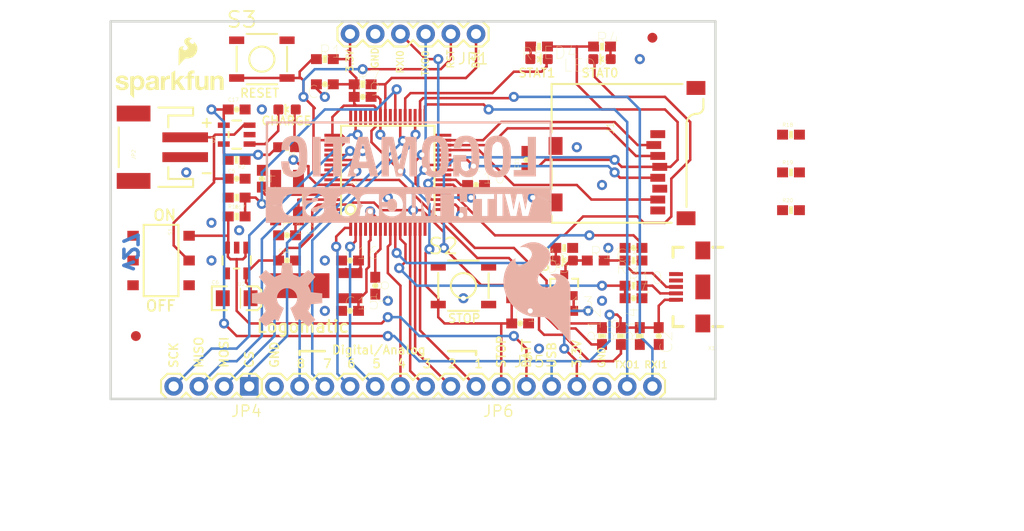
<source format=kicad_pcb>
(kicad_pcb (version 20211014) (generator pcbnew)
  (layers (0 "F.Cu" signal) (31 "B.Cu" signal) (34 "B.Paste" user) (35 "F.Paste" user) (36 "B.SilkS" user "B.Silkscreen") (37 "F.SilkS" user "F.Silkscreen") (38 "B.Mask" user) (39 "F.Mask" user) (44 "Edge.Cuts" user))
  (net 0 "")
  (net 1 "GND")
  (net 2 "VCC")
  (net 3 "VLIPO")
  (net 4 "RST")
  (net 5 "TXO-0")
  (net 6 "RXI-0")
  (net 7 "BSL")
  (net 8 "USB_VIN")
  (net 9 "USB_D-")
  (net 10 "USB_D+")
  (net 11 "N$16")
  (net 12 "N$17")
  (net 13 "N$31")
  (net 14 "N$33")
  (net 15 "P4")
  (net 16 "P3")
  (net 17 "P2")
  (net 18 "P1")
  (net 19 "STAT0")
  (net 20 "SCK0")
  (net 21 "MISO0")
  (net 22 "MOSI0")
  (net 23 "P7")
  (net 24 "STAT1")
  (net 25 "P8")
  (net 26 "P6")
  (net 27 "P5")
  (net 28 "N$7")
  (net 29 "N$19")
  (net 30 "N$5")
  (net 31 "N$21")
  (net 32 "N$6")
  (net 33 "N$9")
  (net 34 "N$12")
  (net 35 "N$13")
  (net 36 "STAT")
  (net 37 "RAW")
  (net 38 "TXO-1")
  (net 39 "RXI-1")
  (net 40 "SCK1")
  (net 41 "MISO1")
  (net 42 "MOSI1")
  (net 43 "CS1")
  (net 44 "STOP")
  (net 45 "BATTLVL")
  (net 46 "P-D+")
  (net 47 "P-D-")
  (net 48 "N$1")
  (net 49 "~{CS0}")
  (net 50 "N$3")
  (net 51 "N$4")
  (net 52 "N$10")
  (net 53 "CD")
  (footprint "boardEagle:STAND-OFF" (layer "F.Cu") (at 120.5611 121.5136)
    (fp_text reference "U$3" hide)
    (fp_text value "STAND-OFF" hide)
  )
  (footprint "boardEagle:1X06" (layer "F.Cu") (at 159.9311 122.7836)
    (fp_text reference "JP5")
    (fp_text value "")
  )
  (footprint "boardEagle:SOT23-5" (layer "F.Cu") (at 130.7211 110.0836 180)
    (fp_text reference "U2")
    (fp_text value "3.3V")
  )
  (footprint "boardEagle:0603-CAP" (layer "F.Cu") (at 159.9311 99.9236 90)
    (fp_text reference "C11")
    (fp_text value "0.1uF")
  )
  (footprint "boardEagle:LED-0603" (layer "F.Cu") (at 167.5511 89.7636 90)
    (fp_text reference "LED2")
    (fp_text value "RED")
  )
  (footprint "boardEagle:SFE-LOGO-FLAME" (layer "F.Cu") (at 124.8791 90.3986)
    (fp_text reference "U$7" hide)
    (fp_text value "LOGO-SFESK" hide)
  )
  (footprint "boardEagle:0603-CAP" (layer "F.Cu") (at 159.2961 116.4336)
    (fp_text reference "C1")
    (fp_text value "0.1uF")
  )
  (footprint "boardEagle:0603-CAP" (layer "F.Cu") (at 139.6111 92.3036 180)
    (fp_text reference "C7")
    (fp_text value "0.1uF")
  )
  (footprint "boardEagle:0603-RES@1" (layer "F.Cu") (at 130.7211 103.7336 180)
    (fp_text reference "R17")
    (fp_text value "1M")
  )
  (footprint "boardEagle:LED-0603" (layer "F.Cu") (at 163.7411 110.0836 90)
    (fp_text reference "LED3")
    (fp_text value "")
  )
  (footprint "boardEagle:SOT23-5" (layer "F.Cu") (at 130.7211 97.3836 90)
    (fp_text reference "U1")
    (fp_text value "MCP73831")
  )
  (footprint "boardEagle:REVISION" (layer "F.Cu") (at 138.8491 136.8806)
    (fp_text reference "U$10" hide)
    (fp_text value "REVISION" hide)
  )
  (footprint "boardEagle:STAND-OFF" (layer "F.Cu") (at 120.5611 88.4936)
    (fp_text reference "U$5" hide)
    (fp_text value "STAND-OFF" hide)
  )
  (footprint "boardEagle:EIA3216" (layer "F.Cu") (at 130.7211 113.8936)
    (fp_text reference "C6")
    (fp_text value "10uF")
  )
  (footprint "boardEagle:0603-RES" (layer "F.Cu") (at 130.7211 99.9236 180)
    (fp_text reference "R2")
    (fp_text value "2.0k")
  )
  (footprint "boardEagle:0603-RES@1" (layer "F.Cu") (at 139.6111 89.7636)
    (fp_text reference "R1")
    (fp_text value "10K")
  )
  (footprint "boardEagle:CREATIVE_COMMONS" (layer "F.Cu") (at 127.183621 134.2136)
    (fp_text reference "FRAME2" hide)
    (fp_text value "FRAME-LETTER" hide)
  )
  (footprint "boardEagle:0603-RES@1" (layer "F.Cu") (at 163.7411 115.1636)
    (fp_text reference "R13")
    (fp_text value "10k")
  )
  (footprint "boardEagle:USB-B-MICRO-SMD_V03" (layer "F.Cu") (at 177.7111 112.7506 180)
    (fp_text reference "X1")
    (fp_text value "USB_MICROB_PLUGCONN-11752")
  )
  (footprint "boardEagle:0603-RES@1" (layer "F.Cu") (at 167.5511 117.7036 90)
    (fp_text reference "R12")
    (fp_text value "1k")
  )
  (footprint "boardEagle:SFE_LOGO_NAME_.1" (layer "F.Cu") (at 118.0211 94.2086)
    (fp_text reference "LOGO2" hide)
    (fp_text value "SFE_LOGO_NAME.1_INCH" hide)
  )
  (footprint "boardEagle:1X10" (layer "F.Cu") (at 157.3911 122.7836 180)
    (fp_text reference "JP6")
    (fp_text value "M100.1")
  )
  (footprint "boardEagle:0603-RES" (layer "F.Cu") (at 186.6011 97.3836)
    (fp_text reference "R18")
    (fp_text value "100k")
  )
  (footprint "boardEagle:0603-RES" (layer "F.Cu") (at 163.7411 108.8136 180)
    (fp_text reference "R15")
    (fp_text value "330")
  )
  (footprint "boardEagle:LED-0603" (layer "F.Cu") (at 161.2011 89.7636 -90)
    (fp_text reference "LED4")
    (fp_text value "GREEN")
  )
  (footprint "boardEagle:TACTILE_SWITCH_SMD" (layer "F.Cu") (at 133.2611 89.7636)
    (fp_text reference "S3")
    (fp_text value "Reset" hide)
  )
  (footprint "boardEagle:0603-CAP" (layer "F.Cu") (at 170.7261 108.8136 180)
    (fp_text reference "C3")
    (fp_text value "18pF")
  )
  (footprint "boardEagle:CRYSTAL-32KHZ-SMD" (layer "F.Cu") (at 142.1511 112.6236 90)
    (fp_text reference "Q2" hide)
    (fp_text value "32kHz" hide)
  )
  (footprint "boardEagle:0603-CAP" (layer "F.Cu") (at 142.1511 115.1636)
    (fp_text reference "C15")
    (fp_text value "22pF")
  )
  (footprint "boardEagle:0603-CAP" (layer "F.Cu") (at 170.7261 113.8936)
    (fp_text reference "C4")
    (fp_text value "18pF")
  )
  (footprint "boardEagle:0603-RES" (layer "F.Cu") (at 135.8011 98.6536 180)
    (fp_text reference "R3")
    (fp_text value "330")
  )
  (footprint "boardEagle:0603-RES" (layer "F.Cu") (at 161.2011 88.4936 180)
    (fp_text reference "R5")
    (fp_text value "330")
  )
  (footprint "boardEagle:MICRO-SD-SOCKET-PP" (layer "F.Cu") (at 162.4711 106.2736 -90)
    (fp_text reference "J1")
    (fp_text value "USD_CONNECTOR")
  )
  (footprint "boardEagle:0603" (layer "F.Cu") (at 166.9161 110.0836)
    (fp_text reference "R11")
    (fp_text value "1.5k")
  )
  (footprint "boardEagle:JST-2-SMD" (layer "F.Cu") (at 121.8311 98.6536 90)
    (fp_text reference "JP2")
    (fp_text value "LiPo")
  )
  (footprint "boardEagle:0603-CAP" (layer "F.Cu") (at 135.8011 110.0836)
    (fp_text reference "C12")
    (fp_text value "0.1uF")
  )
  (footprint "boardEagle:SOT23-3" (layer "F.Cu") (at 163.7411 112.6236)
    (fp_text reference "Q4")
    (fp_text value "TRANSISTOR_PNPSMD")
  )
  (footprint "boardEagle:0603-CAP" (layer "F.Cu") (at 143.4211 93.5736)
    (fp_text reference "C9")
    (fp_text value "0.1uF")
  )
  (footprint "boardEagle:STAND-OFF" (layer "F.Cu") (at 176.4411 88.4936)
    (fp_text reference "U$8" hide)
    (fp_text value "STAND-OFF" hide)
  )
  (footprint "boardEagle:0603-RES@1" (layer "F.Cu") (at 143.4211 92.3036)
    (fp_text reference "R7")
    (fp_text value "10K")
  )
  (footprint "boardEagle:FIDUCIAL-1X2" (layer "F.Cu") (at 120.5611 117.7036)
    (fp_text reference "U$1" hide)
    (fp_text value "FIDUCIAL1X2" hide)
  )
  (footprint "boardEagle:0603-RES@1" (layer "F.Cu") (at 169.4561 117.7036 90)
    (fp_text reference "R8")
    (fp_text value "10k")
  )
  (footprint "boardEagle:0603-RES@1" (layer "F.Cu") (at 130.7211 105.6386)
    (fp_text reference "R16")
    (fp_text value "1M")
  )
  (footprint "boardEagle:SQFP-S-10X10-64" (layer "F.Cu") (at 145.9611 101.1936)
    (fp_text reference "U4")
    (fp_text value "LPC213X")
  )
  (footprint "boardEagle:0603-CAP" (layer "F.Cu") (at 133.2611 101.8286 -90)
    (fp_text reference "C14")
    (fp_text value "22pF")
  )
  (footprint "boardEagle:1X06" (layer "F.Cu") (at 154.8511 87.2236 180)
    (fp_text reference "JP1")
    (fp_text value "Prog")
  )
  (footprint "boardEagle:0603-CAP" (layer "F.Cu") (at 154.8511 102.4636)
    (fp_text reference "C10")
    (fp_text value "0.1uF")
  )
  (footprint "boardEagle:0603-RES" (layer "F.Cu") (at 186.6011 105.0036)
    (fp_text reference "R20")
    (fp_text value "100k")
  )
  (footprint "boardEagle:0603-RES@1" (layer "F.Cu") (at 159.2961 113.8936)
    (fp_text reference "R6")
    (fp_text value "10K")
  )
  (footprint "boardEagle:0603-CAP" (layer "F.Cu") (at 142.1511 110.0836)
    (fp_text reference "C16")
    (fp_text value "22pF")
  )
  (footprint "boardEagle:0603-RES" (layer "F.Cu") (at 170.7261 112.6236)
    (fp_text reference "R10")
    (fp_text value "33")
  )
  (footprint "boardEagle:0603-CAP" (layer "F.Cu") (at 135.8011 107.5436)
    (fp_text reference "C13")
    (fp_text value "22pF")
  )
  (footprint "boardEagle:CRYSTAL-SMD-5X3" (layer "F.Cu") (at 135.8011 103.7336 -90)
    (fp_text reference "Q1" hide)
    (fp_text value "12MHz" hide)
  )
  (footprint "boardEagle:0603-RES@1" (layer "F.Cu") (at 171.3611 117.7036 90)
    (fp_text reference "R14")
    (fp_text value "100k")
  )
  (footprint "boardEagle:LED-0603" (layer "F.Cu") (at 135.8011 94.8436 90)
    (fp_text reference "LED1")
    (fp_text value "LED RED")
  )
  (footprint "boardEagle:0603-CAP" (layer "F.Cu") (at 130.7211 94.8436)
    (fp_text reference "C17")
    (fp_text value "4.7uF")
  )
  (footprint "boardEagle:0603-RES" (layer "F.Cu") (at 186.6011 101.1936)
    (fp_text reference "R19")
    (fp_text value "100k")
  )
  (footprint "boardEagle:0603-CAP" (layer "F.Cu") (at 144.6911 112.6236 -90)
    (fp_text reference "C8")
    (fp_text value "0.1uF")
  )
  (footprint "boardEagle:1X04" (layer "F.Cu") (at 131.9911 122.7836 180)
    (fp_text reference "JP4")
    (fp_text value "")
  )
  (footprint "boardEagle:TACTILE_SWITCH_SMD" (layer "F.Cu") (at 153.5811 112.6236)
    (fp_text reference "S2")
    (fp_text value "Stop" hide)
  )
  (footprint "boardEagle:0603-RES" (layer "F.Cu") (at 170.7261 110.0836 180)
    (fp_text reference "R9")
    (fp_text value "33")
  )
  (footprint "boardEagle:AYZ0202" (layer "F.Cu") (at 123.1011 110.0836 -90)
    (fp_text reference "S1")
    (fp_text value "")
  )
  (footprint "boardEagle:STAND-OFF" (layer "F.Cu") (at 176.4411 121.5136)
    (fp_text reference "U$4" hide)
    (fp_text value "STAND-OFF" hide)
  )
  (footprint "boardEagle:0603-CAP" (layer "F.Cu") (at 130.7211 101.8286)
    (fp_text reference "C5")
    (fp_text value "4.7uF")
  )
  (footprint "boardEagle:CREATIVE_COMMONS" (layer "F.Cu") (at 127.202143 134.2136)
    (fp_text reference "FRAME4" hide)
    (fp_text value "FRAME-LETTER" hide)
  )
  (footprint "boardEagle:0603-RES" (layer "F.Cu") (at 167.5511 88.4936)
    (fp_text reference "R4")
    (fp_text value "330")
  )
  (footprint "boardEagle:0603-CAP" (layer "F.Cu") (at 173.2661 117.7036 -90)
    (fp_text reference "C2")
    (fp_text value "0.1uF")
  )
  (footprint "boardEagle:FIDUCIAL-1X2" (layer "F.Cu") (at 172.6311 87.6046)
    (fp_text reference "U$2" hide)
    (fp_text value "FIDUCIAL1X2" hide)
  )
  (footprint "boardEagle:SFE_LOGO_FLAME_.4" (layer "B.Cu") (at 165.0111 118.9736 180)
    (fp_text reference "LOGO3" hide)
    (fp_text value "SFE_LOGO_FLAME.4_INCH" hide)
  )
  (footprint "boardEagle:OSHW-LOGO-L" (layer "B.Cu") (at 135.8011 113.8936 180)
    (fp_text reference "LOGO1" hide)
    (fp_text value "OSHW-LOGOL" hide)
  )
  (footprint "boardEagle:LOGOMATIC_LOGO" (layer "B.Cu") (at 162.4711 106.2736 180)
    (fp_text reference "U$6" hide)
    (fp_text value "LOGOMATIC_LOGO" hide)
  )
  (gr_line (start 152.0571 119.2276) (end 154.8511 119.2276) (layer "F.SilkS") (width 0.254))
  (gr_line (start 154.8511 119.2276) (end 154.8511 119.6086) (layer "F.SilkS") (width 0.254))
  (gr_line (start 139.6111 119.2276) (end 137.0711 119.2276) (layer "F.SilkS") (width 0.254))
  (gr_line (start 137.0711 119.2276) (end 137.0711 119.6086) (layer "F.SilkS") (width 0.254))
  (gr_line (start 118.0211 85.9536) (end 118.0211 124.0536) (layer "Edge.Cuts") (width 0.254))
  (gr_line (start 118.0211 124.0536) (end 178.9811 124.0536) (layer "Edge.Cuts") (width 0.254))
  (gr_line (start 178.9811 124.0536) (end 178.9811 85.9536) (layer "Edge.Cuts") (width 0.254))
  (gr_line (start 178.9811 85.9536) (end 118.0211 85.9536) (layer "Edge.Cuts") (width 0.254))
  (gr_text "v27" (at 119.1641 111.3536 -90) (layer "B.Cu") (effects (font (size 1.4224 1.4224) (thickness 0.3556)) (justify left bottom mirror)))
  (gr_text "1" (at 154.5971 121.0056) (layer "F.SilkS") (effects (font (size 0.8636 0.8636) (thickness 0.1524)) (justify left bottom)))
  (gr_text "STAT0" (at 165.3921 91.6686) (layer "F.SilkS") (effects (font (size 0.8636 0.8636) (thickness 0.1524)) (justify left bottom)))
  (gr_text "STOP" (at 151.9301 116.4336) (layer "F.SilkS") (effects (font (size 0.8636 0.8636) (thickness 0.1524)) (justify left bottom)))
  (gr_text "BATT" (at 160.4391 121.0056 90) (layer "F.SilkS") (effects (font (size 0.8636 0.8636) (thickness 0.1524)) (justify left bottom)))
  (gr_text "3.3V" (at 142.5321 91.1606 90) (layer "F.SilkS") (effects (font (size 0.69088 0.69088) (thickness 0.12192)) (justify left bottom)))
  (gr_text "2" (at 151.9301 121.0056) (layer "F.SilkS") (effects (font (size 0.8636 0.8636) (thickness 0.1524)) (justify left bottom)))
  (gr_text "+" (at 126.9111 96.7486) (layer "F.SilkS") (effects (font (size 1.0795 1.0795) (thickness 0.1905)) (justify left bottom)))
  (gr_text "RESET" (at 130.9751 93.7006) (layer "F.SilkS") (effects (font (size 0.8636 0.8636) (thickness 0.1524)) (justify left bottom)))
  (gr_text "USB" (at 162.2171 111.3536 90) (layer "F.SilkS") (effects (font (size 0.8636 0.8636) (thickness 0.1524)) (justify left bottom)))
  (gr_text "3.3V" (at 165.5191 121.0056 90) (layer "F.SilkS") (effects (font (size 0.8636 0.8636) (thickness 0.1524)) (justify left bottom)))
  (gr_text "TXO1" (at 168.6941 121.0056) (layer "F.SilkS") (effects (font (size 0.69088 0.69088) (thickness 0.12192)) (justify left bottom)))
  (gr_text "STAT1" (at 159.0421 91.6686) (layer "F.SilkS") (effects (font (size 0.8636 0.8636) (thickness 0.1524)) (justify left bottom)))
  (gr_text "SCK" (at 124.8791 121.0056 90) (layer "F.SilkS") (effects (font (size 0.8636 0.8636) (thickness 0.1524)) (justify left bottom)))
  (gr_text "GND" (at 135.0391 121.0056 90) (layer "F.SilkS") (effects (font (size 0.8636 0.8636) (thickness 0.1524)) (justify left bottom)))
  (gr_text "5" (at 144.3101 121.0056) (layer "F.SilkS") (effects (font (size 0.8636 0.8636) (thickness 0.1524)) (justify left bottom)))
  (gr_text "3" (at 149.3901 121.0056) (layer "F.SilkS") (effects (font (size 0.8636 0.8636) (thickness 0.1524)) (justify left bottom)))
  (gr_text "CS" (at 132.4991 121.0056 90) (layer "F.SilkS") (effects (font (size 0.8636 0.8636) (thickness 0.1524)) (justify left bottom)))
  (gr_text "4" (at 146.8501 121.0056) (layer "F.SilkS") (effects (font (size 0.8636 0.8636) (thickness 0.1524)) (justify left bottom)))
  (gr_text "CHARGE" (at 133.1341 96.4946) (layer "F.SilkS") (effects (font (size 0.8636 0.8636) (thickness 0.1524)) (justify left bottom)))
  (gr_text "Logomatic" (at 132.6261 117.4496) (layer "F.SilkS") (effects (font (size 1.20904 1.20904) (thickness 0.21336)) (justify left bottom)))
  (gr_text "TXO0" (at 150.1521 91.5416 90) (layer "F.SilkS") (effects (font (size 0.69088 0.69088) (thickness 0.12192)) (justify left bottom)))
  (gr_text "6" (at 141.7701 121.0056) (layer "F.SilkS") (effects (font (size 0.8636 0.8636) (thickness 0.1524)) (justify left bottom)))
  (gr_text "GND" (at 167.9321 121.0056 90) (layer "F.SilkS") (effects (font (size 0.69088 0.69088) (thickness 0.12192)) (justify left bottom)))
  (gr_text "STOP" (at 157.8991 121.0056 90) (layer "F.SilkS") (effects (font (size 0.8636 0.8636) (thickness 0.1524)) (justify left bottom)))
  (gr_text "Digital/Analog" (at 140.2461 119.6086) (layer "F.SilkS") (effects (font (size 0.8636 0.8636) (thickness 0.1524)) (justify left bottom)))
  (gr_text "ON" (at 122.2121 106.1466) (layer "F.SilkS") (effects (font (size 1.0795 1.0795) (thickness 0.1905)) (justify left bottom)))
  (gr_text "7" (at 139.3571 121.0056) (layer "F.SilkS") (effects (font (size 0.8636 0.8636) (thickness 0.1524)) (justify left bottom)))
  (gr_text "RXI1" (at 171.7421 121.0056) (layer "F.SilkS") (effects (font (size 0.69088 0.69088) (thickness 0.12192)) (justify left bottom)))
  (gr_text "USB" (at 162.9791 121.0056 90) (layer "F.SilkS") (effects (font (size 0.8636 0.8636) (thickness 0.1524)) (justify left bottom)))
  (gr_text "8" (at 136.6901 121.0056) (layer "F.SilkS") (effects (font (size 0.8636 0.8636) (thickness 0.1524)) (justify left bottom)))
  (gr_text "MOSI" (at 129.9591 121.0056 90) (layer "F.SilkS") (effects (font (size 0.8636 0.8636) (thickness 0.1524)) (justify left bottom)))
  (gr_text "RST" (at 152.6921 90.7796 90) (layer "F.SilkS") (effects (font (size 0.69088 0.69088) (thickness 0.12192)) (justify left bottom)))
  (gr_text "OFF" (at 121.4501 115.2906) (layer "F.SilkS") (effects (font (size 1.0795 1.0795) (thickness 0.1905)) (justify left bottom)))
  (gr_text "RXI0" (at 147.6121 91.2876 90) (layer "F.SilkS") (effects (font (size 0.69088 0.69088) (thickness 0.12192)) (justify left bottom)))
  (gr_text "BSL" (at 155.2321 90.7796 90) (layer "F.SilkS") (effects (font (size 0.69088 0.69088) (thickness 0.12192)) (justify left bottom)))
  (gr_text "MISO" (at 127.4191 121.0056 90) (layer "F.SilkS") (effects (font (size 0.8636 0.8636) (thickness 0.1524)) (justify left bottom)))
  (gr_text "-" (at 126.9111 101.8286) (layer "F.SilkS") (effects (font (size 1.0795 1.0795) (thickness 0.1905)) (justify left bottom)))
  (gr_text "GND" (at 145.0721 90.7796 90) (layer "F.SilkS") (effects (font (size 0.69088 0.69088) (thickness 0.12192)) (justify left bottom)))
  (segment (start 152.7671 104.4436) (end 153.0731 104.7496) (width 0.254) (layer "F.Cu") (net 1))
  (segment (start 151.5611 104.4436) (end 152.7671 104.4436) (width 0.254) (layer "F.Cu") (net 1))
  (segment (start 140.3611 97.9436) (end 139.0511 97.9436) (width 0.254) (layer "F.Cu") (net 1))
  (segment (start 144.2711 93.5736) (end 144.0561 93.5736) (width 0.254) (layer "F.Cu") (net 1))
  (segment (start 151.5611 100.9436) (end 152.9421 100.9436) (width 0.254) (layer "F.Cu") (net 1))
  (segment (start 138.7611 92.7236) (end 139.6111 93.5736) (width 0.254) (layer "F.Cu") (net 1))
  (segment (start 153.0731 105.2576) (end 153.3271 105.5116) (width 0.254) (layer "F.Cu") (net 1))
  (segment (start 137.9601 100.5586) (end 137.1981 100.5586) (width 0.254) (layer "F.Cu") (net 1))
  (segment (start 145.2111 93.8396) (end 144.9451 93.5736) (width 0.254) (layer "F.Cu") (net 1))
  (segment (start 144.7111 105.6586) (end 144.4371 105.3846) (width 0.254) (layer "F.Cu") (net 1))
  (segment (start 145.2111 97.3716) (end 145.2111 95.5936) (width 0.254) (layer "F.Cu") (net 1))
  (segment (start 139.0511 97.9436) (end 138.9761 98.0186) (width 0.254) (layer "F.Cu") (net 1))
  (segment (start 140.3611 102.4436) (end 138.8291 102.4436) (width 0.254) (layer "F.Cu") (net 1))
  (segment (start 138.8291 102.4436) (end 137.9601 101.5746) (width 0.254) (layer "F.Cu") (net 1))
  (segment (start 144.7111 106.7936) (end 144.7111 105.6586) (width 0.254) (layer "F.Cu") (net 1))
  (segment (start 144.9451 93.5736) (end 144.2711 93.5736) (width 0.254) (layer "F.Cu") (net 1))
  (segment (start 153.0731 104.7496) (end 153.0731 105.2576) (width 0.254) (layer "F.Cu") (net 1))
  (segment (start 138.7611 92.3036) (end 138.7611 92.7236) (width 0.254) (layer "F.Cu") (net 1))
  (segment (start 137.1981 100.5586) (end 136.8171 100.1776) (width 0.254) (layer "F.Cu") (net 1))
  (segment (start 137.9601 100.5586) (end 137.9601 101.5746) (width 0.254) (layer "F.Cu") (net 1))
  (segment (start 140.3611 102.4436) (end 142.3851 102.4436) (width 0.254) (layer "F.Cu") (net 1))
  (segment (start 142.3851 102.4436) (end 143.0401 103.0986) (width 0.254) (layer "F.Cu") (net 1))
  (segment (start 145.1991 97.3836) (end 145.2111 97.3716) (width 0.254) (layer "F.Cu") (net 1))
  (segment (start 145.2111 95.5936) (end 145.2111 93.8396) (width 0.254) (layer "F.Cu") (net 1))
  (segment (start 152.9421 100.9436) (end 152.9461 100.9396) (width 0.254) (layer "F.Cu") (net 1))
  (via (at 153.5811 113.8936) (size 1.016) (drill 0.508) (layers "F.Cu" "B.Cu") (net 1))
  (via (at 168.1861 108.8136) (size 1.016) (drill 0.508) (layers "F.Cu" "B.Cu") (net 1))
  (via (at 139.6111 110.0836) (size 1.016) (drill 0.508) (layers "F.Cu" "B.Cu") (net 1))
  (via (at 167.5511 114.1476) (size 1.016) (drill 0.508) (layers "F.Cu" "B.Cu") (net 1))
  (via (at 165.0111 98.6536) (size 1.016) (drill 0.508) (layers "F.Cu" "B.Cu") (net 1))
  (via (at 144.1831 105.1306) (size 1.016) (drill 0.508) (layers "F.Cu" "B.Cu") (net 1))
  (via (at 167.5511 102.4636) (size 1.016) (drill 0.508) (layers "F.Cu" "B.Cu") (net 1))
  (via (at 130.9751 107.0356) (size 1.016) (drill 0.508) (layers "F.Cu" "B.Cu") (net 1))
  (via (at 161.2011 118.9736) (size 1.016) (drill 0.508) (layers "F.Cu" "B.Cu") (net 1))
  (via (at 136.4361 99.9236) (size 1.016) (drill 0.508) (layers "F.Cu" "B.Cu") (net 1))
  (via (at 145.9611 103.7336) (size 1.016) (drill 0.508) (layers "F.Cu" "B.Cu") (net 1))
  (via (at 153.3271 105.5116) (size 1.016) (drill 0.508) (layers "F.Cu" "B.Cu") (net 1))
  (via (at 139.6111 115.1636) (size 1.016) (drill 0.508) (layers "F.Cu" "B.Cu") (net 1))
  (via (at 128.1811 106.2736) (size 1.016) (drill 0.508) (layers "F.Cu" "B.Cu") (net 1))
  (via (at 128.1811 110.0836) (size 1.016) (drill 0.508) (layers "F.Cu" "B.Cu") (net 1))
  (via (at 133.2611 94.8436) (size 1.016) (drill 0.508) (layers "F.Cu" "B.Cu") (net 1))
  (via (at 160.5661 103.7336) (size 1.016) (drill 0.508) (layers "F.Cu" "B.Cu") (net 1))
  (via (at 125.6411 101.1936) (size 1.016) (drill 0.508) (layers "F.Cu" "B.Cu") (net 1))
  (via (at 139.6111 93.5736) (size 1.016) (drill 0.508) (layers "F.Cu" "B.Cu") (net 1))
  (via (at 145.9611 114.1476) (size 1.016) (drill 0.508) (layers "F.Cu" "B.Cu") (net 1))
  (via (at 145.1991 97.3836) (size 1.016) (drill 0.508) (layers "F.Cu" "B.Cu") (net 1))
  (via (at 171.3611 89.7636) (size 1.016) (drill 0.508) (layers "F.Cu" "B.Cu") (net 1))
  (segment (start 132.1211 112.7536) (end 132.1211 113.8936) (width 0.254) (layer "F.Cu") (net 2))
  (segment (start 144.7111 94.6096) (end 144.5641 94.4626) (width 0.254) (layer "F.Cu") (net 2))
  (segment (start 134.9511 110.0836) (end 134.9511 109.6636) (width 0.254) (layer "F.Cu") (net 2))
  (segment (start 151.6126 107.2261) (end 151.6126 108.8136) (width 0.254) (layer "F.Cu") (net 2))
  (segment (start 140.3611 97.3956) (end 140.3611 97.4436) (width 0.254) (layer "F.Cu") (net 2))
  (segment (start 141.9361 88.9136) (end 142.1511 89.1286) (width 0.254) (layer "F.Cu") (net 2))
  (segment (start 164.6911 113.6236) (end 164.6911 115.0636) (width 0.254) (layer "F.Cu") (net 2))
  (segment (start 168.8211 99.9236) (end 169.5311 100.6336) (width 0.254) (layer "F.Cu") (net 2))
  (segment (start 142.5711 93.5736) (end 142.5711 94.2476) (width 0.254) (layer "F.Cu") (net 2))
  (segment (start 140.4611 92.3036) (end 142.5711 92.3036) (width 0.254) (layer "F.Cu") (net 2))
  (segment (start 160.3121 114.0596) (end 160.1461 113.8936) (width 0.254) (layer "F.Cu") (net 2))
  (segment (start 144.6911 109.4486) (end 144.6911 111.7736) (width 0.254) (layer "F.Cu") (net 2))
  (segment (start 141.3221 97.4436) (end 141.5161 97.6376) (width 0.254) (layer "F.Cu") (net 2))
  (segment (start 165.0111 88.4936) (end 162.0511 88.4936) (width 0.254) (layer "F.Cu") (net 2))
  (segment (start 142.1511 89.1286) (end 142.1511 87.2236) (width 0.254) (layer "F.Cu") (net 2))
  (segment (start 142.7861 92.3036) (end 142.5711 92.3036) (width 0.254) (layer "F.Cu") (net 2))
  (segment (start 145.2111 108.9286) (end 144.6911 109.4486) (width 0.254) (layer "F.Cu") (net 2))
  (segment (start 167.5511 94.8436) (end 165.0111 92.3036) (width 0.254) (layer "F.Cu") (net 2))
  (segment (start 165.0111 120.2436) (end 165.0111 122.7836) (width 0.254) (layer "F.Cu") (net 2))
  (segment (start 149.3901 105.0036) (end 151.6126 107.2261) (width 0.254) (layer "F.Cu") (net 2))
  (segment (start 174.4611 100.6336) (end 175.1711 99.9236) (width 0.254) (layer "F.Cu") (net 2))
  (segment (start 173.3711 100.6336) (end 174.4611 100.6336) (width 0.254) (layer "F.Cu") (net 2))
  (segment (start 151.6126 108.8136) (end 155.3591 112.5601) (width 0.254) (layer "F.Cu") (net 2))
  (segment (start 140.3611 104.4436) (end 141.9491 104.4436) (width 0.254) (layer "F.Cu") (net 2))
  (segment (start 137.0711 108.8136) (end 138.3411 107.5436) (width 0.254) (layer "F.Cu") (net 2))
  (segment (start 144.7111 95.5936) (end 144.7111 94.6096) (width 0.254) (layer "F.Cu") (net 2))
  (segment (start 164.6911 115.0636) (end 164.5911 115.1636) (width 0.254) (layer "F.Cu") (net 2))
  (segment (start 140.3611 97.4436) (end 141.3221 97.4436) (width 0.254) (layer "F.Cu") (net 2))
  (segment (start 159.9311 113.6786) (end 160.1461 113.8936) (width 0.254) (layer "F.Cu") (net 2))
  (segment (start 141.5161 97.6376) (end 141.5161 98.2726) (width 0.254) (layer "F.Cu") (net 2))
  (segment (start 148.5011 105.0036) (end 149.3901 105.0036) (width 0.254) (layer "F.Cu") (net 2))
  (segment (start 131.6711 112.3036) (end 132.1211 112.7536) (width 0.254) (layer "F.Cu") (net 2))
  (segment (start 142.1511 89.7636) (end 142.1511 91.0336) (width 0.254) (layer "F.Cu") (net 2))
  (segment (start 145.3261 105.0036) (end 148.5011 105.0036) (width 0.254) (layer "F.Cu") (net 2))
  (segment (start 144.3101 98.1456) (end 144.3101 97.0026) (width 0.254) (layer "F.Cu") (net 2))
  (segment (start 169.5311 100.6336) (end 173.3711 100.6336) (width 0.254) (layer "F.Cu") (net 2))
  (segment (start 135.8011 108.8136) (end 137.0711 108.8136) (width 0.254) (layer "F.Cu") (net 2))
  (segment (start 138.9011 104.4436) (end 140.3611 104.4436) (width 0.254) (layer "F.Cu") (net 2))
  (segment (start 141.5161 98.2726) (end 141.3451 98.4436) (width 0.254) (layer "F.Cu") (net 2))
  (segment (start 140.3731 97.3836) (end 140.3611 97.3956) (width 0.254) (layer "F.Cu") (net 2))
  (segment (start 144.5641 104.2416) (end 145.2111 104.8886) (width 0.254) (layer "F.Cu") (net 2))
  (segment (start 138.3411 107.5436) (end 138.3411 105.0036) (width 0.254) (layer "F.Cu") (net 2))
  (segment (start 161.8361 99.9236) (end 161.2011 100.5586) (width 0.254) (layer "F.Cu") (net 2))
  (segment (start 175.1711 96.1136) (end 173.9011 94.8436) (width 0.254) (layer "F.Cu") (net 2))
  (segment (start 154.0011 102.4636) (end 154.0011 103.3916) (width 0.254) (layer "F.Cu") (net 2))
  (segment (start 131.6711 111.3837) (end 131.6711 112.3036) (width 0.254) (layer "F.Cu") (net 2))
  (segment (start 145.2111 104.8886) (end 145.3261 105.0036) (width 0.254) (layer "F.Cu") (net 2))
  (segment (start 142.7861 94.4626) (end 141.5161 94.4626) (width 0.254) (layer "F.Cu") (net 2))
  (segment (start 166.1541 115.1636) (end 164.5911 115.1636) (width 0.254) (layer "F.Cu") (net 2))
  (segment (start 153.3271 102.4636) (end 152.8071 101.9436) (width 0.254) (layer "F.Cu") (net 2))
  (segment (start 141.9491 104.4436) (end 142.1511 104.2416) (width 0.254) (layer "F.Cu") (net 2))
  (segment (start 175.1711 99.9236) (end 175.1711 96.1136) (width 0.254) (layer "F.Cu") (net 2))
  (segment (start 145.2111 104.8886) (end 145.2111 106.7936) (width 0.254) (layer "F.Cu") (net 2))
  (segment (start 142.1511 104.2416) (end 144.5641 104.2416) (width 0.254) (layer "F.Cu") (net 2))
  (segment (start 140.4611 89.7636) (end 142.1511 89.7636) (width 0.254) (layer "F.Cu") (net 2))
  (segment (start 142.1511 91.0336) (end 142.7861 91.6686) (width 0.254) (layer "F.Cu") (net 2))
  (segment (start 141.3451 98.4436) (end 140.3611 98.4436) (width 0.254) (layer "F.Cu") (net 2))
  (segment (start 142.7711 92.3186) (end 142.7861 92.3036) (width 0.254) (layer "F.Cu") (net 2))
  (segment (start 165.0111 88.4936) (end 166.7011 88.4936) (width 0.254) (layer "F.Cu") (net 2))
  (segment (start 165.0111 92.3036) (end 165.0111 88.4936) (width 0.254) (layer "F.Cu") (net 2))
  (segment (start 141.5161 94.4626) (end 140.3731 95.6056) (width 0.254) (layer "F.Cu") (net 2))
  (segment (start 147.2311 101.0666) (end 144.3101 98.1456) (width 0.254) (layer "F.Cu") (net 2))
  (segment (start 142.5711 92.3036) (end 142.5711 93.5736) (width 0.254) (layer "F.Cu") (net 2))
  (segment (start 134.9511 109.6636) (end 135.8011 108.8136) (width 0.254) (layer "F.Cu") (net 2))
  (segment (start 144.5641 94.4626) (end 142.7861 94.4626) (width 0.254) (layer "F.Cu") (net 2))
  (segment (start 161.2011 100.5586) (end 160.1461 100.5586) (width 0.254) (layer "F.Cu") (net 2))
  (segment (start 160.3121 115.1636) (end 160.3121 114.0596) (width 0.254) (layer "F.Cu") (net 2))
  (segment (start 142.5711 94.2476) (end 142.7861 94.4626) (width 0.254) (layer "F.Cu") (net 2))
  (segment (start 163.7411 118.9736) (end 165.0111 120.2436) (width 0.254) (layer "F.Cu") (net 2))
  (segment (start 152.8071 101.9436) (end 151.5611 101.9436) (width 0.254) (layer "F.Cu") (net 2))
  (segment (start 155.3591 112.5601) (end 159.2326 112.5601) (width 0.254) (layer "F.Cu") (net 2))
  (segment (start 159.2326 112.5601) (end 159.9311 113.2586) (width 0.254) (layer "F.Cu") (net 2))
  (segment (start 159.9311 113.2586) (end 159.9311 113.6786) (width 0.254) (layer "F.Cu") (net 2))
  (segment (start 132.9712 110.0836) (end 131.6711 111.3837) (width 0.254) (layer "F.Cu") (net 2))
  (segment (start 160.1461 100.5586) (end 159.9311 100.7736) (width 0.254) (layer "F.Cu") (net 2))
  (segment (start 140.3731 95.6056) (end 140.3731 97.3836) (width 0.254) (layer "F.Cu") (net 2))
  (segment (start 142.7861 92.0886) (end 142.5711 92.3036) (width 0.254) (layer "F.Cu") (net 2))
  (segment (start 144.3101 97.0026) (end 144.7111 96.6016) (width 0.254) (layer "F.Cu") (net 2))
  (segment (start 145.2111 106.7936) (end 145.2111 108.9286) (width 0.254) (layer "F.Cu") (net 2))
  (segment (start 144.7111 96.6016) (end 144.7111 95.5936) (width 0.254) (layer "F.Cu") (net 2))
  (segment (start 154.0011 103.3916) (end 154.3431 103.7336) (width 0.254) (layer "F.Cu") (net 2))
  (segment (start 142.1511 89.1286) (end 142.1511 89.7636) (width 0.254) (layer "F.Cu") (net 2))
  (segment (start 142.7861 91.6686) (end 142.7861 92.0886) (width 0.254) (layer "F.Cu") (net 2))
  (segment (start 138.3411 105.0036) (end 138.9011 104.4436) (width 0.254) (layer "F.Cu") (net 2))
  (segment (start 134.9511 110.0836) (end 132.9712 110.0836) (width 0.254) (layer "F.Cu") (net 2))
  (segment (start 168.8211 99.9236) (end 161.8361 99.9236) (width 0.254) (layer "F.Cu") (net 2))
  (segment (start 154.0011 102.4636) (end 153.3271 102.4636) (width 0.254) (layer "F.Cu") (net 2))
  (segment (start 173.9011 94.8436) (end 167.5511 94.8436) (width 0.254) (layer "F.Cu") (net 2))
  (via (at 154.3431 103.7336) (size 1.016) (drill 0.508) (layers "F.Cu" "B.Cu") (net 2))
  (via (at 163.7411 118.9736) (size 1.016) (drill 0.508) (layers "F.Cu" "B.Cu") (net 2))
  (via (at 151.6126 108.8136) (size 1.016) (drill 0.508) (layers "F.Cu" "B.Cu") (net 2))
  (via (at 147.2311 101.0666) (size 1.016) (drill 0.508) (layers "F.Cu" "B.Cu") (net 2))
  (via (at 160.3121 115.1636) (size 1.016) (drill 0.508) (layers "F.Cu" "B.Cu") (net 2))
  (via (at 166.1541 115.1636) (size 1.016) (drill 0.508) (layers "F.Cu" "B.Cu") (net 2))
  (via (at 148.5011 105.0036) (size 1.016) (drill 0.508) (layers "F.Cu" "B.Cu") (net 2))
  (via (at 168.8211 99.9236) (size 1.016) (drill 0.508) (layers "F.Cu" "B.Cu") (net 2))
  (segment (start 163.7411 115.1636) (end 166.1541 115.1636) (width 0.254) (layer "B.Cu") (net 2))
  (segment (start 151.6126 103.7336) (end 151.6126 100.8761) (width 0.254) (layer "B.Cu") (net 2))
  (segment (start 148.5011 105.0036) (end 148.5011 102.3366) (width 0.254) (layer "B.Cu") (net 2))
  (segment (start 160.3121 115.1636) (end 163.7411 115.1636) (width 0.254) (layer "B.Cu") (net 2))
  (segment (start 168.5671 99.6696) (end 168.8211 99.9236) (width 0.254) (layer "B.Cu") (net 2))
  (segment (start 151.6126 103.7336) (end 154.3431 103.7336) (width 0.254) (layer "B.Cu") (net 2))
  (segment (start 152.8191 99.6696) (end 168.5671 99.6696) (width 0.254) (layer "B.Cu") (net 2))
  (segment (start 148.5011 102.3366) (end 147.2311 101.0666) (width 0.254) (layer "B.Cu") (net 2))
  (segment (start 163.7411 115.1636) (end 163.7411 118.9736) (width 0.254) (layer "B.Cu") (net 2))
  (segment (start 151.6126 100.8761) (end 152.8191 99.6696) (width 0.254) (layer "B.Cu") (net 2))
  (segment (start 151.6126 108.8136) (end 151.6126 103.7336) (width 0.254) (layer "B.Cu") (net 2))
  (segment (start 128.4191 97.6536) (end 125.5311 97.6536) (width 0.254) (layer "F.Cu") (net 3))
  (segment (start 128.5621 97.3836) (end 130.4671 97.3836) (width 0.254) (layer "F.Cu") (net 3))
  (segment (start 129.8711 101.8286) (end 128.5621 101.8286) (width 0.254) (layer "F.Cu") (net 3))
  (segment (start 124.3711 108.5596) (end 125.8951 110.0836) (width 0.254) (layer "F.Cu") (net 3))
  (segment (start 130.4671 97.3836) (end 131.4171 96.4336) (width 0.254) (layer "F.Cu") (net 3))
  (segment (start 128.4351 97.6376) (end 128.4351 97.5106) (width 0.254) (layer "F.Cu") (net 3))
  (segment (start 128.4351 101.9556) (end 128.4351 102.2096) (width 0.254) (layer "F.Cu") (net 3))
  (segment (start 125.8951 110.0836) (end 125.9261 110.0836) (width 0.254) (layer "F.Cu") (net 3))
  (segment (start 131.4171 96.4336) (end 132.0212 96.4336) (width 0.254) (layer "F.Cu") (net 3))
  (segment (start 128.4351 101.9556) (end 128.4351 97.6376) (width 0.254) (layer "F.Cu") (net 3))
  (segment (start 128.4351 102.2096) (end 124.3711 106.2736) (width 0.254) (layer "F.Cu") (net 3))
  (segment (start 128.5621 101.8286) (end 128.4351 101.9556) (width 0.254) (layer "F.Cu") (net 3))
  (segment (start 128.4351 97.5106) (end 128.5621 97.3836) (width 0.254) (layer "F.Cu") (net 3))
  (segment (start 128.4351 97.6376) (end 128.4191 97.6536) (width 0.254) (layer "F.Cu") (net 3))
  (segment (start 124.3711 106.2736) (end 124.3711 108.5596) (width 0.254) (layer "F.Cu") (net 3))
  (segment (start 138.3411 89.7636) (end 137.0711 91.0336) (width 0.254) (layer "F.Cu") (net 4))
  (segment (start 135.8011 91.6686) (end 130.7211 91.6686) (width 0.254) (layer "F.Cu") (net 4))
  (segment (start 138.4681 101.0666) (end 138.4681 94.5896) (width 0.254) (layer "F.Cu") (net 4))
  (segment (start 137.4521 91.9226) (end 137.1981 91.6686) (width 0.254) (layer "F.Cu") (net 4))
  (segment (start 138.8491 101.4476) (end 138.4681 101.0666) (width 0.254) (layer "F.Cu") (net 4))
  (segment (start 140.1191 101.4476) (end 138.8491 101.4476) (width 0.254) (layer "F.Cu") (net 4))
  (segment (start 138.7611 89.7636) (end 138.3411 89.7636) (width 0.254) (layer "F.Cu") (net 4))
  (segment (start 140.1231 101.4436) (end 140.1191 101.4476) (width 0.254) (layer "F.Cu") (net 4))
  (segment (start 137.1981 91.6686) (end 137.0711 91.6686) (width 0.254) (layer "F.Cu") (net 4))
  (segment (start 137.0711 91.0336) (end 137.0711 91.6686) (width 0.254) (layer "F.Cu") (net 4))
  (segment (start 138.2141 94.3356) (end 137.4521 93.5736) (width 0.254) (layer "F.Cu") (net 4))
  (segment (start 152.3111 89.7636) (end 152.3111 87.2236) (width 0.254) (layer "F.Cu") (net 4))
  (segment (start 151.2951 90.7796) (end 152.3111 89.7636) (width 0.254) (layer "F.Cu") (net 4))
  (segment (start 137.4521 93.5736) (end 137.4521 91.9226) (width 0.254) (layer "F.Cu") (net 4))
  (segment (start 143.4211 90.7796) (end 151.2951 90.7796) (width 0.254) (layer "F.Cu") (net 4))
  (segment (start 138.4681 94.5896) (end 138.2141 94.3356) (width 0.254) (layer "F.Cu") (net 4))
  (segment (start 140.3611 101.4436) (end 140.1231 101.4436) (width 0.254) (layer "F.Cu") (net 4))
  (segment (start 137.0711 91.6686) (end 135.8011 91.6686) (width 0.254) (layer "F.Cu") (net 4))
  (segment (start 138.5951 94.7166) (end 138.4681 94.5896) (width 0.254) (layer "F.Cu") (net 4))
  (via (at 143.4211 90.7796) (size 1.016) (drill 0.508) (layers "F.Cu" "B.Cu") (net 4))
  (via (at 137.4521 93.5736) (size 1.016) (drill 0.508) (layers "F.Cu" "B.Cu") (net 4))
  (segment (start 137.4521 91.9226) (end 138.5951 90.7796) (width 0.254) (layer "B.Cu") (net 4))
  (segment (start 138.5951 90.7796) (end 143.4211 90.7796) (width 0.254) (layer "B.Cu") (net 4))
  (segment (start 137.4521 93.5736) (end 137.4521 91.9226) (width 0.254) (layer "B.Cu") (net 4))
  (segment (start 150.3621 103.9436) (end 148.7551 102.3366) (width 0.254) (layer "F.Cu") (net 5))
  (segment (start 150.3621 103.9436) (end 151.5611 103.9436) (width 0.254) (layer "F.Cu") (net 5))
  (segment (start 148.7551 100.0506) (end 149.3901 99.4156) (width 0.254) (layer "F.Cu") (net 5))
  (segment (start 148.7551 102.3366) (end 148.7551 100.0506) (width 0.254) (layer "F.Cu") (net 5))
  (via (at 149.3901 99.4156) (size 1.016) (drill 0.508) (layers "F.Cu" "B.Cu") (net 5))
  (segment (start 149.7711 99.0346) (end 149.7711 87.2236) (width 0.254) (layer "B.Cu") (net 5))
  (segment (start 149.3901 99.4156) (end 149.7711 99.0346) (width 0.254) (layer "B.Cu") (net 5))
  (segment (start 150.6321 102.9436) (end 151.5611 102.9436) (width 0.254) (layer "F.Cu") (net 6))
  (segment (start 149.7711 89.7636) (end 147.2311 87.2236) (width 0.254) (layer "F.Cu") (net 6))
  (segment (start 150.0251 102.3366) (end 150.6321 102.9436) (width 0.254) (layer "F.Cu") (net 6))
  (segment (start 151.0411 89.7636) (end 149.7711 89.7636) (width 0.254) (layer "F.Cu") (net 6))
  (via (at 151.0411 89.7636) (size 1.016) (drill 0.508) (layers "F.Cu" "B.Cu") (net 6))
  (via (at 150.0251 102.3366) (size 1.016) (drill 0.508) (layers "F.Cu" "B.Cu") (net 6))
  (segment (start 151.0411 101.1936) (end 151.0411 89.7636) (width 0.254) (layer "B.Cu") (net 6))
  (segment (start 150.0251 102.2096) (end 151.0411 101.1936) (width 0.254) (layer "B.Cu") (net 6))
  (segment (start 150.0251 102.3366) (end 150.0251 102.2096) (width 0.254) (layer "B.Cu") (net 6))
  (segment (start 154.8511 90.6526) (end 154.8511 87.2236) (width 0.254) (layer "F.Cu") (net 7))
  (segment (start 145.7111 95.5936) (end 145.7111 95.6016) (width 0.254) (layer "F.Cu") (net 7))
  (segment (start 145.7071 92.3036) (end 144.2711 92.3036) (width 0.254) (layer "F.Cu") (net 7))
  (segment (start 145.7071 92.3036) (end 146.3421 91.6686) (width 0.254) (layer "F.Cu") (net 7))
  (segment (start 153.8351 91.6686) (end 154.8511 90.6526) (width 0.254) (layer "F.Cu") (net 7))
  (segment (start 145.7071 95.6056) (end 145.7071 92.3036) (width 0.254) (layer "F.Cu") (net 7))
  (segment (start 145.7111 95.6016) (end 145.7071 95.6056) (width 0.254) (layer "F.Cu") (net 7))
  (segment (start 146.3421 91.6686) (end 153.8351 91.6686) (width 0.254) (layer "F.Cu") (net 7))
  (segment (start 169.4561 116.8536) (end 171.3611 116.8536) (width 0.254) (layer "F.Cu") (net 8))
  (segment (start 129.4511 94.8436) (end 129.421 94.8737) (width 0.254) (layer "F.Cu") (net 8))
  (segment (start 169.4171 116.8146) (end 169.4561 116.8536) (width 0.254) (layer "F.Cu") (net 8))
  (segment (start 128.1811 94.8436) (end 129.4511 94.8436) (width 0.254) (layer "F.Cu") (net 8))
  (segment (start 129.4511 116.4336) (end 130.7211 117.7036) (width 0.254) (layer "F.Cu") (net 8))
  (segment (start 134.7851 98.6536) (end 134.0231 99.4156) (width 0.254) (layer "F.Cu") (net 8))
  (segment (start 134.9511 98.6536) (end 134.7851 98.6536) (width 0.254) (layer "F.Cu") (net 8))
  (segment (start 169.4171 116.8146) (end 169.4171 115.8866) (width 0.254) (layer "F.Cu") (net 8))
  (segment (start 175.0111 114.0506) (end 173.8711 114.0506) (width 0.254) (layer "F.Cu") (net 8))
  (segment (start 173.8711 114.0506) (end 173.2661 114.6556) (width 0.254) (layer "F.Cu") (net 8))
  (segment (start 169.4561 116.8536) (end 169.2411 116.8536) (width 0.254) (layer "F.Cu") (net 8))
  (segment (start 169.0751 115.5446) (end 168.3131 115.5446) (width 0.254) (layer "F.Cu") (net 8))
  (segment (start 134.0231 99.4156) (end 132.8801 99.4156) (width 0.254) (layer "F.Cu") (net 8))
  (segment (start 130.7211 117.7036) (end 145.9611 117.7036) (width 0.254) (layer "F.Cu") (net 8))
  (segment (start 169.4171 115.8866) (end 169.0751 115.5446) (width 0.254) (layer "F.Cu") (net 8))
  (segment (start 129.4511 94.8436) (end 129.8711 94.8436) (width 0.254) (layer "F.Cu") (net 8))
  (segment (start 173.2661 116.8536) (end 171.3611 116.8536) (width 0.254) (layer "F.Cu") (net 8))
  (segment (start 173.2661 114.6556) (end 173.2661 116.8536) (width 0.254) (layer "F.Cu") (net 8))
  (segment (start 129.421 94.8737) (end 129.421 96.4336) (width 0.254) (layer "F.Cu") (net 8))
  (segment (start 173.1391 116.7266) (end 173.2661 116.8536) (width 0.254) (layer "F.Cu") (net 8))
  (via (at 132.8801 99.4156) (size 1.016) (drill 0.508) (layers "F.Cu" "B.Cu") (net 8))
  (via (at 128.1811 94.8436) (size 1.016) (drill 0.508) (layers "F.Cu" "B.Cu") (net 8))
  (via (at 168.3131 115.5446) (size 1.016) (drill 0.508) (layers "F.Cu" "B.Cu") (net 8))
  (via (at 129.4511 116.4336) (size 1.016) (drill 0.508) (layers "F.Cu" "B.Cu") (net 8))
  (via (at 145.9611 117.7036) (size 1.016) (drill 0.508) (layers "F.Cu" "B.Cu") (net 8))
  (segment (start 129.4511 96.1136) (end 128.1811 94.8436) (width 0.254) (layer "B.Cu") (net 8))
  (segment (start 162.4711 120.2436) (end 162.4711 122.7836) (width 0.254) (layer "B.Cu") (net 8))
  (segment (start 166.2811 120.2436) (end 168.3131 118.2116) (width 0.254) (layer "B.Cu") (net 8))
  (segment (start 149.1361 120.2436) (end 162.4711 120.2436) (width 0.254) (layer "B.Cu") (net 8))
  (segment (start 129.4511 116.4336) (end 129.4511 99.4156) (width 0.254) (layer "B.Cu") (net 8))
  (segment (start 146.5961 117.7036) (end 145.9611 117.7036) (width 0.254) (layer "B.Cu") (net 8))
  (segment (start 129.4511 99.4156) (end 129.4511 96.1136) (width 0.254) (layer "B.Cu") (net 8))
  (segment (start 149.1361 120.2436) (end 146.5961 117.7036) (width 0.254) (layer "B.Cu") (net 8))
  (segment (start 129.4511 99.4156) (end 132.8801 99.4156) (width 0.254) (layer "B.Cu") (net 8))
  (segment (start 162.4711 120.2436) (end 166.2811 120.2436) (width 0.254) (layer "B.Cu") (net 8))
  (segment (start 168.3131 118.2116) (end 168.3131 115.5446) (width 0.254) (layer "B.Cu") (net 8))
  (segment (start 172.6311 112.6236) (end 171.5761 112.6236) (width 0.254) (layer "F.Cu") (net 9))
  (segment (start 175.0111 113.4006) (end 173.4081 113.4006) (width 0.254) (layer "F.Cu") (net 9))
  (segment (start 173.4081 113.4006) (end 172.6311 112.6236) (width 0.254) (layer "F.Cu") (net 9))
  (segment (start 167.7661 110.0836) (end 169.8761 110.0836) (width 0.254) (layer "F.Cu") (net 10))
  (segment (start 170.0911 110.2986) (end 169.8761 110.0836) (width 0.254) (layer "F.Cu") (net 10))
  (segment (start 168.1526 110.0836) (end 168.2011 110.1321) (width 0.254) (layer "F.Cu") (net 10))
  (segment (start 175.0111 112.7506) (end 174.0281 112.7506) (width 0.254) (layer "F.Cu") (net 10))
  (segment (start 170.0911 110.7186) (end 170.0911 110.2986) (width 0.254) (layer "F.Cu") (net 10))
  (segment (start 168.2011 110.1321) (end 168.2496 110.0836) (width 0.254) (layer "F.Cu") (net 10))
  (segment (start 174.0281 112.7506) (end 172.6311 111.3536) (width 0.254) (layer "F.Cu") (net 10))
  (segment (start 170.7261 111.3536) (end 170.0911 110.7186) (width 0.254) (layer "F.Cu") (net 10))
  (segment (start 167.7661 110.0836) (end 168.1526 110.0836) (width 0.254) (layer "F.Cu") (net 10))
  (segment (start 172.6311 111.3536) (end 170.7261 111.3536) (width 0.254) (layer "F.Cu") (net 10))
  (segment (start 140.3611 101.9436) (end 140.3731 101.9556) (width 0.254) (layer "F.Cu") (net 11))
  (segment (start 147.1041 101.9556) (end 154.9781 109.8296) (width 0.254) (layer "F.Cu") (net 11))
  (segment (start 154.9781 109.8296) (end 158.1531 109.8296) (width 0.254) (layer "F.Cu") (net 11))
  (segment (start 166.2811 120.2436) (end 168.6941 120.2436) (width 0.254) (layer "F.Cu") (net 11))
  (segment (start 161.7091 117.5766) (end 161.2011 117.0686) (width 0.254) (layer "F.Cu") (net 11))
  (segment (start 163.6141 117.5766) (end 166.2811 120.2436) (width 0.254) (layer "F.Cu") (net 11))
  (segment (start 169.4561 119.4816) (end 169.4561 118.5536) (width 0.254) (layer "F.Cu") (net 11))
  (segment (start 168.6941 120.2436) (end 169.4561 119.4816) (width 0.254) (layer "F.Cu") (net 11))
  (segment (start 161.2011 117.0686) (end 161.2011 112.8776) (width 0.254) (layer "F.Cu") (net 11))
  (segment (start 161.7091 117.5766) (end 163.6141 117.5766) (width 0.254) (layer "F.Cu") (net 11))
  (segment (start 140.3731 101.9556) (end 147.1041 101.9556) (width 0.254) (layer "F.Cu") (net 11))
  (segment (start 158.1531 109.8296) (end 161.2011 112.8776) (width 0.254) (layer "F.Cu") (net 11))
  (segment (start 163.1061 115.1636) (end 163.1061 115.7986) (width 0.254) (layer "F.Cu") (net 12))
  (segment (start 162.7911 113.6236) (end 162.7911 115.0636) (width 0.254) (layer "F.Cu") (net 12))
  (segment (start 162.7911 115.0636) (end 162.8911 115.1636) (width 0.254) (layer "F.Cu") (net 12))
  (segment (start 163.1061 115.7986) (end 163.7411 116.4336) (width 0.254) (layer "F.Cu") (net 12))
  (segment (start 167.1311 116.4336) (end 167.5511 116.8536) (width 0.254) (layer "F.Cu") (net 12))
  (segment (start 162.8911 115.1636) (end 163.1061 115.1636) (width 0.254) (layer "F.Cu") (net 12))
  (segment (start 167.5121 116.8146) (end 167.5511 116.8536) (width 0.254) (layer "F.Cu") (net 12))
  (segment (start 163.7411 116.4336) (end 167.1311 116.4336) (width 0.254) (layer "F.Cu") (net 12))
  (segment (start 161.9631 115.7986) (end 161.9631 112.1156) (width 0.254) (layer "F.Cu") (net 13))
  (segment (start 154.7241 108.8136) (end 151.5491 105.6386) (width 0.254) (layer "F.Cu") (net 13))
  (segment (start 151.5491 105.0036) (end 151.5611 104.9916) (width 0.254) (layer "F.Cu") (net 13))
  (segment (start 164.8841 116.9416) (end 163.1061 116.9416) (width 0.254) (layer "F.Cu") (net 13))
  (segment (start 161.9631 115.7986) (end 163.1061 116.9416) (width 0.254) (layer "F.Cu") (net 13))
  (segment (start 151.5491 105.6386) (end 151.5491 105.0036) (width 0.254) (layer "F.Cu") (net 13))
  (segment (start 158.6611 108.8136) (end 154.7241 108.8136) (width 0.254) (layer "F.Cu") (net 13))
  (segment (start 166.4961 118.5536) (end 164.8841 116.9416) (width 0.254) (layer "F.Cu") (net 13))
  (segment (start 167.5511 118.5536) (end 166.4961 118.5536) (width 0.254) (layer "F.Cu") (net 13))
  (segment (start 151.5611 104.9916) (end 151.5611 104.9436) (width 0.254) (layer "F.Cu") (net 13))
  (segment (start 161.9631 112.1156) (end 158.6611 108.8136) (width 0.254) (layer "F.Cu") (net 13))
  (segment (start 162.8911 110.0566) (end 162.8641 110.0836) (width 0.254) (layer "F.Cu") (net 14))
  (segment (start 162.8911 108.8136) (end 162.8911 110.0566) (width 0.254) (layer "F.Cu") (net 14))
  (segment (start 145.9611 108.6866) (end 146.2111 108.4366) (width 0.254) (layer "F.Cu") (net 15))
  (segment (start 145.9611 111.3536) (end 145.9611 108.6866) (width 0.254) (layer "F.Cu") (net 15))
  (segment (start 147.2311 112.6236) (end 145.9611 111.3536) (width 0.254) (layer "F.Cu") (net 15))
  (segment (start 146.2111 108.4366) (end 146.2111 106.7936) (width 0.254) (layer "F.Cu") (net 15))
  (segment (start 147.2311 122.7836) (end 147.2311 112.6236) (width 0.254) (layer "F.Cu") (net 15))
  (segment (start 149.7711 122.7836) (end 148.2111 121.2236) (width 0.254) (layer "F.Cu") (net 16))
  (segment (start 148.2111 121.2236) (end 148.2111 106.7936) (width 0.254) (layer "F.Cu") (net 16))
  (segment (start 152.3111 122.7836) (end 148.7111 119.1836) (width 0.254) (layer "F.Cu") (net 17))
  (segment (start 148.7111 106.7936) (end 148.7111 106.6986) (width 0.254) (layer "F.Cu") (net 17))
  (segment (start 148.7111 119.1836) (end 148.7111 106.7936) (width 0.254) (layer "F.Cu") (net 17))
  (segment (start 149.2111 117.1436) (end 149.2111 106.7936) (width 0.254) (layer "F.Cu") (net 18))
  (segment (start 154.8511 122.7836) (end 149.2111 117.1436) (width 0.254) (layer "F.Cu") (net 18))
  (segment (start 166.7891 91.5416) (end 166.7891 89.8786) (width 0.254) (layer "F.Cu") (net 19))
  (segment (start 165.6461 105.6386) (end 171.1071 105.6386) (width 0.254) (layer "F.Cu") (net 19))
  (segment (start 176.4411 99.9236) (end 176.4411 96.1136) (width 0.254) (layer "F.Cu") (net 19))
  (segment (start 166.7891 89.8786) (end 166.6741 89.7636) (width 0.254) (layer "F.Cu") (net 19))
  (segment (start 153.0731 103.8606) (end 153.0731 102.9716) (width 0.254) (layer "F.Cu") (net 19))
  (segment (start 173.9011 106.2736) (end 174.5361 105.6386) (width 0.254) (layer "F.Cu") (net 19))
  (segment (start 176.4411 96.1136) (end 173.9011 93.5736) (width 0.254) (layer "F.Cu") (net 19))
  (segment (start 153.0731 103.8606) (end 156.7561 107.5436) (width 0.254) (layer "F.Cu") (net 19))
  (segment (start 174.5361 101.8286) (end 176.4411 99.9236) (width 0.254) (layer "F.Cu") (net 19))
  (segment (start 156.7561 107.5436) (end 163.7411 107.5436) (width 0.254) (layer "F.Cu") (net 19))
  (segment (start 171.1071 105.6386) (end 171.7421 106.2736) (width 0.254) (layer "F.Cu") (net 19))
  (segment (start 171.7421 106.2736) (end 173.9011 106.2736) (width 0.254) (layer "F.Cu") (net 19))
  (segment (start 174.5361 105.6386) (end 174.5361 101.8286) (width 0.254) (layer "F.Cu") (net 19))
  (segment (start 152.5451 102.4436) (end 151.5611 102.4436) (width 0.254) (layer "F.Cu") (net 19))
  (segment (start 153.0731 102.9716) (end 152.5451 102.4436) (width 0.254) (layer "F.Cu") (net 19))
  (segment (start 168.8211 93.5736) (end 166.7891 91.5416) (width 0.254) (layer "F.Cu") (net 19))
  (segment (start 173.9011 93.5736) (end 168.8211 93.5736) (width 0.254) (layer "F.Cu") (net 19))
  (segment (start 163.7411 107.5436) (end 165.6461 105.6386) (width 0.254) (layer "F.Cu") (net 19))
  (segment (start 153.9821 99.9436) (end 154.5971 100.5586) (width 0.254) (layer "F.Cu") (net 20))
  (segment (start 169.3611 101.7336) (end 173.1711 101.7336) (width 0.254) (layer "F.Cu") (net 20))
  (segment (start 151.5611 99.9436) (end 153.9821 99.9436) (width 0.254) (layer "F.Cu") (net 20))
  (segment (start 168.8211 101.1936) (end 169.3611 101.7336) (width 0.254) (layer "F.Cu") (net 20))
  (via (at 168.8211 101.1936) (size 1.016) (drill 0.508) (layers "F.Cu" "B.Cu") (net 20))
  (via (at 154.5971 100.5586) (size 1.016) (drill 0.508) (layers "F.Cu" "B.Cu") (net 20))
  (segment (start 168.1861 100.5586) (end 168.8211 101.1936) (width 0.254) (layer "B.Cu") (net 20))
  (segment (start 154.5971 100.5586) (end 168.1861 100.5586) (width 0.254) (layer "B.Cu") (net 20))
  (segment (start 151.5611 98.9436) (end 155.1411 98.9436) (width 0.254) (layer "F.Cu") (net 21))
  (segment (start 155.1411 98.9436) (end 158.6611 102.4636) (width 0.254) (layer "F.Cu") (net 21))
  (segment (start 165.0111 102.4636) (end 166.4811 103.9336) (width 0.254) (layer "F.Cu") (net 21))
  (segment (start 158.6611 102.4636) (end 165.0111 102.4636) (width 0.254) (layer "F.Cu") (net 21))
  (segment (start 166.4811 103.9336) (end 173.1711 103.9336) (width 0.254) (layer "F.Cu") (net 21))
  (segment (start 170.9711 99.5336) (end 173.1711 99.5336) (width 0.254) (layer "F.Cu") (net 22))
  (segment (start 168.1861 96.7486) (end 170.9711 99.5336) (width 0.254) (layer "F.Cu") (net 22))
  (segment (start 156.3311 98.4436) (end 158.0261 96.7486) (width 0.254) (layer "F.Cu") (net 22))
  (segment (start 158.0261 96.7486) (end 168.1861 96.7486) (width 0.254) (layer "F.Cu") (net 22))
  (segment (start 151.5611 98.4436) (end 156.3311 98.4436) (width 0.254) (layer "F.Cu") (net 22))
  (segment (start 148.7111 97.3396) (end 148.7111 95.5936) (width 0.254) (layer "F.Cu") (net 23))
  (segment (start 148.7551 97.3836) (end 148.7111 97.3396) (width 0.254) (layer "F.Cu") (net 23))
  (segment (start 148.7111 95.5936) (end 148.7111 95.5616) (width 0.254) (layer "F.Cu") (net 23))
  (via (at 148.7551 97.3836) (size 1.016) (drill 0.508) (layers "F.Cu" "B.Cu") (net 23))
  (segment (start 138.3411 108.0516) (end 146.4691 99.9236) (width 0.254) (layer "B.Cu") (net 23))
  (segment (start 146.4691 99.9236) (end 146.8501 99.9236) (width 0.254) (layer "B.Cu") (net 23))
  (segment (start 146.8501 99.9236) (end 148.7551 98.0186) (width 0.254) (layer "B.Cu") (net 23))
  (segment (start 148.7551 98.0186) (end 148.7551 97.3836) (width 0.254) (layer "B.Cu") (net 23))
  (segment (start 139.6111 122.7836) (end 138.3411 121.5136) (width 0.254) (layer "B.Cu") (net 23))
  (segment (start 138.3411 121.5136) (end 138.3411 108.0516) (width 0.254) (layer "B.Cu") (net 23))
  (segment (start 161.9631 89.8786) (end 162.0781 89.7636) (width 0.254) (layer "F.Cu") (net 24))
  (segment (start 147.7111 93.7286) (end 148.2471 93.1926) (width 0.254) (layer "F.Cu") (net 24))
  (segment (start 148.2471 93.1926) (end 156.5021 93.1926) (width 0.254) (layer "F.Cu") (net 24))
  (segment (start 161.9631 90.5256) (end 161.9631 89.8786) (width 0.254) (layer "F.Cu") (net 24))
  (segment (start 147.7111 95.5936) (end 147.7111 93.7286) (width 0.254) (layer "F.Cu") (net 24))
  (segment (start 156.5021 93.1926) (end 158.6611 91.0336) (width 0.254) (layer "F.Cu") (net 24))
  (segment (start 158.6611 91.0336) (end 161.4551 91.0336) (width 0.254) (layer "F.Cu") (net 24))
  (segment (start 161.4551 91.0336) (end 161.9631 90.5256) (width 0.254) (layer "F.Cu") (net 24))
  (segment (start 147.4851 98.0186) (end 147.2111 97.7446) (width 0.254) (layer "F.Cu") (net 25))
  (segment (start 147.2111 97.7446) (end 147.2111 95.5936) (width 0.254) (layer "F.Cu") (net 25))
  (via (at 147.4851 98.0186) (size 1.016) (drill 0.508) (layers "F.Cu" "B.Cu") (net 25))
  (segment (start 137.0711 122.7836) (end 137.0711 108.4326) (width 0.254) (layer "B.Cu") (net 25))
  (segment (start 137.0711 108.4326) (end 147.4851 98.0186) (width 0.254) (layer "B.Cu") (net 25))
  (segment (start 140.7541 107.6706) (end 141.6311 106.7936) (width 0.254) (layer "F.Cu") (net 26))
  (segment (start 142.2111 106.7936) (end 142.1991 106.7816) (width 0.254) (layer "F.Cu") (net 26))
  (segment (start 141.6311 106.7936) (end 142.2111 106.7936) (width 0.254) (layer "F.Cu") (net 26))
  (segment (start 140.7541 108.6866) (end 140.7541 107.6706) (width 0.254) (layer "F.Cu") (net 26))
  (via (at 140.7541 108.6866) (size 1.016) (drill 0.508) (layers "F.Cu" "B.Cu") (net 26))
  (segment (start 140.8811 108.8136) (end 140.7541 108.6866) (width 0.254) (layer "B.Cu") (net 26))
  (segment (start 142.1511 122.7836) (end 140.8811 121.5136) (width 0.254) (layer "B.Cu") (net 26))
  (segment (start 140.8811 121.5136) (end 140.8811 108.8136) (width 0.254) (layer "B.Cu") (net 26))
  (segment (start 142.7111 108.1266) (end 142.7111 106.7936) (width 0.254) (layer "F.Cu") (net 27))
  (segment (start 142.1511 108.6866) (end 142.7111 108.1266) (width 0.254) (layer "F.Cu") (net 27))
  (via (at 142.1511 108.6866) (size 1.016) (drill 0.508) (layers "F.Cu" "B.Cu") (net 27))
  (segment (start 144.6911 122.7836) (end 142.1511 120.2436) (width 0.254) (layer "B.Cu") (net 27))
  (segment (start 142.1511 120.2436) (end 142.1511 108.6866) (width 0.254) (layer "B.Cu") (net 27))
  (segment (start 168.4011 88.4936) (end 168.4011 89.7366) (width 0.254) (layer "F.Cu") (net 28))
  (segment (start 168.4011 89.7366) (end 168.4281 89.7636) (width 0.254) (layer "F.Cu") (net 28))
  (segment (start 160.3511 88.4936) (end 160.3511 89.7366) (width 0.254) (layer "F.Cu") (net 29))
  (segment (start 160.3511 89.7366) (end 160.3241 89.7636) (width 0.254) (layer "F.Cu") (net 29))
  (segment (start 136.9441 103.9436) (end 136.9441 103.9876) (width 0.254) (layer "F.Cu") (net 30))
  (segment (start 136.6511 105.8836) (end 136.9511 105.5836) (width 0.254) (layer "F.Cu") (net 30))
  (segment (start 136.9441 103.9436) (end 140.3611 103.9436) (width 0.254) (layer "F.Cu") (net 30))
  (segment (start 136.6511 107.5436) (end 136.6511 105.8836) (width 0.254) (layer "F.Cu") (net 30))
  (segment (start 136.9511 103.9946) (end 136.9511 105.5836) (width 0.254) (layer "F.Cu") (net 30))
  (segment (start 136.9441 103.9876) (end 136.9511 103.9946) (width 0.254) (layer "F.Cu") (net 30))
  (segment (start 134.6511 103.3456) (end 134.6511 101.8836) (width 0.254) (layer "F.Cu") (net 31))
  (segment (start 134.6581 103.3526) (end 134.6511 103.3456) (width 0.254) (layer "F.Cu") (net 31))
  (segment (start 134.6581 103.4436) (end 134.6581 103.3526) (width 0.254) (layer "F.Cu") (net 31))
  (segment (start 134.6581 103.4436) (end 140.3611 103.4436) (width 0.254) (layer "F.Cu") (net 31))
  (segment (start 133.6061 103.4436) (end 134.6581 103.4436) (width 0.254) (layer "F.Cu") (net 31))
  (segment (start 133.2611 102.6786) (end 133.2611 103.0986) (width 0.254) (layer "F.Cu") (net 31))
  (segment (start 133.2611 103.0986) (end 133.6061 103.4436) (width 0.254) (layer "F.Cu") (net 31))
  (segment (start 143.2111 110.8016) (end 143.2111 110.2936) (width 0.254) (layer "F.Cu") (net 32))
  (segment (start 143.2111 110.2936) (end 143.2111 106.7936) (width 0.254) (layer "F.Cu") (net 32))
  (segment (start 143.2111 110.8016) (end 142.6591 111.3536) (width 0.254) (layer "F.Cu") (net 32))
  (segment (start 141.7311 110.9336) (end 142.1511 111.3536) (width 0.254) (layer "F.Cu") (net 32))
  (segment (start 142.1511 111.3536) (end 142.6591 111.3536) (width 0.254) (layer "F.Cu") (net 32))
  (segment (start 143.2111 110.2936) (end 143.0011 110.0836) (width 0.254) (layer "F.Cu") (net 32))
  (segment (start 143.1671 113.8936) (end 143.8021 113.2586) (width 0.254) (layer "F.Cu") (net 33))
  (segment (start 142.7861 114.0206) (end 142.7861 113.8936) (width 0.254) (layer "F.Cu") (net 33))
  (segment (start 143.8021 113.2586) (end 143.8021 110.9726) (width 0.254) (layer "F.Cu") (net 33))
  (segment (start 142.7861 113.8936) (end 142.1511 113.8936) (width 0.254) (layer "F.Cu") (net 33))
  (segment (start 144.2111 108.0236) (end 144.2111 106.7936) (width 0.254) (layer "F.Cu") (net 33))
  (segment (start 144.0561 110.7186) (end 144.0561 108.1786) (width 0.254) (layer "F.Cu") (net 33))
  (segment (start 143.8021 110.9726) (end 144.0561 110.7186) (width 0.254) (layer "F.Cu") (net 33))
  (segment (start 144.2111 108.0236) (end 144.0561 108.1786) (width 0.254) (layer "F.Cu") (net 33))
  (segment (start 142.7861 113.8936) (end 143.1671 113.8936) (width 0.254) (layer "F.Cu") (net 33))
  (segment (start 143.0011 115.1636) (end 143.0011 114.2356) (width 0.254) (layer "F.Cu") (net 33))
  (segment (start 143.0011 114.2356) (end 142.7861 114.0206) (width 0.254) (layer "F.Cu") (net 33))
  (segment (start 133.5811 98.3336) (end 134.9121 97.0026) (width 0.254) (layer "F.Cu") (net 34))
  (segment (start 134.9121 94.8556) (end 134.9241 94.8436) (width 0.254) (layer "F.Cu") (net 34))
  (segment (start 132.0212 98.3336) (end 133.5811 98.3336) (width 0.254) (layer "F.Cu") (net 34))
  (segment (start 134.9121 97.0026) (end 134.9121 94.8556) (width 0.254) (layer "F.Cu") (net 34))
  (segment (start 136.5511 98.5536) (end 136.5511 94.9706) (width 0.254) (layer "F.Cu") (net 35))
  (segment (start 136.5511 94.9706) (end 136.6781 94.8436) (width 0.254) (layer "F.Cu") (net 35))
  (segment (start 136.5511 98.5536) (end 136.6511 98.6536) (width 0.254) (layer "F.Cu") (net 35))
  (segment (start 163.7411 111.4806) (end 163.8681 111.3536) (width 0.254) (layer "F.Cu") (net 36))
  (segment (start 163.8681 111.3536) (end 163.8681 110.5916) (width 0.254) (layer "F.Cu") (net 36))
  (segment (start 166.0661 110.0836) (end 164.6181 110.0836) (width 0.254) (layer "F.Cu") (net 36))
  (segment (start 163.7411 111.5236) (end 163.7411 111.4806) (width 0.254) (layer "F.Cu") (net 36))
  (segment (start 164.3761 110.0836) (end 164.6181 110.0836) (width 0.254) (layer "F.Cu") (net 36))
  (segment (start 163.8681 110.5916) (end 164.3761 110.0836) (width 0.254) (layer "F.Cu") (net 36))
  (segment (start 131.3561 109.9566) (end 131.6101 109.7026) (width 0.254) (layer "F.Cu") (net 37))
  (segment (start 131.6101 108.5596) (end 131.6711 108.4986) (width 0.254) (layer "F.Cu") (net 37))
  (segment (start 129.8311 107.5836) (end 129.8711 107.5436) (width 0.254) (layer "F.Cu") (net 37))
  (segment (start 131.9911 116.4336) (end 145.3261 116.4336) (width 0.254) (layer "F.Cu") (net 37))
  (segment (start 131.6101 109.7026) (end 131.6101 108.8445) (width 0.254) (layer "F.Cu") (net 37))
  (segment (start 130.7211 115.1636) (end 131.9911 116.4336) (width 0.254) (layer "F.Cu") (net 37))
  (segment (start 129.8321 108.7225) (end 129.7711 108.7835) (width 0.254) (layer "F.Cu") (net 37))
  (segment (start 129.8321 108.8445) (end 129.7711 108.7835) (width 0.254) (layer "F.Cu") (net 37))
  (segment (start 131.6101 108.8445) (end 131.6101 108.5596) (width 0.254) (layer "F.Cu") (net 37))
  (segment (start 145.3261 116.4336) (end 145.9611 115.7986) (width 0.254) (layer "F.Cu") (net 37))
  (segment (start 129.8321 108.1786) (end 129.8321 108.7225) (width 0.254) (layer "F.Cu") (net 37))
  (segment (start 130.7211 115.1636) (end 130.7211 109.9566) (width 0.254) (layer "F.Cu") (net 37))
  (segment (start 129.8321 109.7026) (end 129.8321 108.8445) (width 0.254) (layer "F.Cu") (net 37))
  (segment (start 159.9311 118.9736) (end 159.9311 122.7836) (width 0.254) (layer "F.Cu") (net 37))
  (segment (start 129.8711 107.5436) (end 129.8711 108.1396) (width 0.254) (layer "F.Cu") (net 37))
  (segment (start 130.7211 109.9566) (end 131.3561 109.9566) (width 0.254) (layer "F.Cu") (net 37))
  (segment (start 130.0861 109.9566) (end 129.8321 109.7026) (width 0.254) (layer "F.Cu") (net 37))
  (segment (start 125.9261 107.5836) (end 129.8311 107.5836) (width 0.254) (layer "F.Cu") (net 37))
  (segment (start 131.6101 108.8445) (end 131.6711 108.7835) (width 0.254) (layer "F.Cu") (net 37))
  (segment (start 129.8711 108.1396) (end 129.8321 108.1786) (width 0.254) (layer "F.Cu") (net 37))
  (segment (start 130.7211 109.9566) (end 130.0861 109.9566) (width 0.254) (layer "F.Cu") (net 37))
  (segment (start 129.7711 108.4986) (end 129.7711 108.7835) (width 0.254) (layer "F.Cu") (net 37))
  (segment (start 129.8711 105.6386) (end 129.8711 107.5436) (width 0.254) (layer "F.Cu") (net 37))
  (segment (start 158.6611 117.7036) (end 159.9311 118.9736) (width 0.254) (layer "F.Cu") (net 37))
  (via (at 158.6611 117.7036) (size 1.016) (drill 0.508) (layers "F.Cu" "B.Cu") (net 37))
  (via (at 145.9611 115.7986) (size 1.016) (drill 0.508) (layers "F.Cu" "B.Cu") (net 37))
  (segment (start 149.1361 117.7036) (end 147.2311 115.7986) (width 0.254) (layer "B.Cu") (net 37))
  (segment (start 147.2311 115.7986) (end 145.9611 115.7986) (width 0.254) (layer "B.Cu") (net 37))
  (segment (start 149.1361 117.7036) (end 158.6611 117.7036) (width 0.254) (layer "B.Cu") (net 37))
  (segment (start 149.8981 94.3356) (end 149.7111 94.5226) (width 0.254) (layer "F.Cu") (net 38))
  (segment (start 149.7111 94.5226) (end 149.7111 95.5936) (width 0.254) (layer "F.Cu") (net 38))
  (segment (start 156.1211 94.8436) (end 155.6131 94.3356) (width 0.254) (layer "F.Cu") (net 38))
  (segment (start 155.6131 94.3356) (end 149.8981 94.3356) (width 0.254) (layer "F.Cu") (net 38))
  (via (at 156.1211 94.8436) (size 1.016) (drill 0.508) (layers "F.Cu" "B.Cu") (net 38))
  (segment (start 170.0911 96.1136) (end 168.8211 94.8436) (width 0.254) (layer "B.Cu") (net 38))
  (segment (start 170.0911 122.7836) (end 170.0911 96.1136) (width 0.254) (layer "B.Cu") (net 38))
  (segment (start 168.8211 94.8436) (end 156.1211 94.8436) (width 0.254) (layer "B.Cu") (net 38))
  (segment (start 149.5171 93.7006) (end 149.2111 94.0066) (width 0.254) (layer "F.Cu") (net 39))
  (segment (start 149.2111 94.0066) (end 149.2111 95.5936) (width 0.254) (layer "F.Cu") (net 39))
  (segment (start 158.5341 93.7006) (end 158.6611 93.5736) (width 0.254) (layer "F.Cu") (net 39))
  (segment (start 158.5341 93.7006) (end 149.5171 93.7006) (width 0.254) (layer "F.Cu") (net 39))
  (via (at 158.6611 93.5736) (size 1.016) (drill 0.508) (layers "F.Cu" "B.Cu") (net 39))
  (segment (start 170.0911 93.5736) (end 158.6611 93.5736) (width 0.254) (layer "B.Cu") (net 39))
  (segment (start 172.6311 122.7836) (end 172.6311 118.9736) (width 0.254) (layer "B.Cu") (net 39))
  (segment (start 171.3611 117.7036) (end 171.3611 94.8436) (width 0.254) (layer "B.Cu") (net 39))
  (segment (start 171.3611 94.8436) (end 170.0911 93.5736) (width 0.254) (layer "B.Cu") (net 39))
  (segment (start 172.6311 118.9736) (end 171.3611 117.7036) (width 0.254) (layer "B.Cu") (net 39))
  (segment (start 142.9131 97.3836) (end 142.7111 97.1816) (width 0.254) (layer "F.Cu") (net 40))
  (segment (start 142.7111 97.1816) (end 142.7111 95.5936) (width 0.254) (layer "F.Cu") (net 40))
  (via (at 142.9131 97.3836) (size 1.016) (drill 0.508) (layers "F.Cu" "B.Cu") (net 40))
  (segment (start 128.1811 118.9736) (end 130.7211 118.9736) (width 0.254) (layer "B.Cu") (net 40))
  (segment (start 142.1511 97.3836) (end 142.9131 97.3836) (width 0.254) (layer "B.Cu") (net 40))
  (segment (start 124.3711 122.7836) (end 128.1811 118.9736) (width 0.254) (layer "B.Cu") (net 40))
  (segment (start 131.9911 117.7036) (end 131.9911 107.5436) (width 0.254) (layer "B.Cu") (net 40))
  (segment (start 130.7211 118.9736) (end 131.9911 117.7036) (width 0.254) (layer "B.Cu") (net 40))
  (segment (start 131.9911 107.5436) (end 142.1511 97.3836) (width 0.254) (layer "B.Cu") (net 40))
  (segment (start 141.7421 99.4436) (end 140.3611 99.4436) (width 0.254) (layer "F.Cu") (net 41))
  (segment (start 142.1511 99.0346) (end 141.7421 99.4436) (width 0.254) (layer "F.Cu") (net 41))
  (via (at 142.1511 99.0346) (size 1.016) (drill 0.508) (layers "F.Cu" "B.Cu") (net 41))
  (segment (start 130.7211 120.2436) (end 133.2611 117.7036) (width 0.254) (layer "B.Cu") (net 41))
  (segment (start 129.4511 120.2436) (end 130.7211 120.2436) (width 0.254) (layer "B.Cu") (net 41))
  (segment (start 126.9111 122.7836) (end 129.4511 120.2436) (width 0.254) (layer "B.Cu") (net 41))
  (segment (start 133.2611 117.7036) (end 133.2611 107.9246) (width 0.254) (layer "B.Cu") (net 41))
  (segment (start 133.2611 107.9246) (end 142.1511 99.0346) (width 0.254) (layer "B.Cu") (net 41))
  (segment (start 142.5121 99.9436) (end 140.3611 99.9436) (width 0.254) (layer "F.Cu") (net 42))
  (segment (start 143.4211 99.0346) (end 142.5121 99.9436) (width 0.254) (layer "F.Cu") (net 42))
  (via (at 143.4211 99.0346) (size 1.016) (drill 0.508) (layers "F.Cu" "B.Cu") (net 42))
  (segment (start 134.5311 117.7036) (end 134.5311 107.9246) (width 0.254) (layer "B.Cu") (net 42))
  (segment (start 129.4511 122.7836) (end 134.5311 117.7036) (width 0.254) (layer "B.Cu") (net 42))
  (segment (start 134.5311 107.9246) (end 143.4211 99.0346) (width 0.254) (layer "B.Cu") (net 42))
  (segment (start 142.7861 101.0666) (end 142.1631 100.4436) (width 0.254) (layer "F.Cu") (net 43))
  (segment (start 142.1631 100.4436) (end 140.3611 100.4436) (width 0.254) (layer "F.Cu") (net 43))
  (via (at 142.7861 101.0666) (size 1.016) (drill 0.508) (layers "F.Cu" "B.Cu") (net 43))
  (segment (start 142.7861 101.3206) (end 142.7861 101.0666) (width 0.254) (layer "B.Cu") (net 43))
  (segment (start 135.8011 108.3056) (end 142.7861 101.3206) (width 0.254) (layer "B.Cu") (net 43))
  (segment (start 135.8011 117.7036) (end 135.8011 108.3056) (width 0.254) (layer "B.Cu") (net 43))
  (segment (start 131.9911 122.7836) (end 131.9911 121.5136) (width 0.254) (layer "B.Cu") (net 43))
  (segment (start 131.9911 121.5136) (end 135.8011 117.7036) (width 0.254) (layer "B.Cu") (net 43))
  (segment (start 151.0411 115.7986) (end 151.0411 114.5286) (width 0.254) (layer "F.Cu") (net 44))
  (segment (start 157.3911 122.7836) (end 157.3911 116.4336) (width 0.254) (layer "F.Cu") (net 44))
  (segment (start 151.6761 116.4336) (end 151.0411 115.7986) (width 0.254) (layer "F.Cu") (net 44))
  (segment (start 151.0411 114.5286) (end 151.0411 113.8936) (width 0.254) (layer "F.Cu") (net 44))
  (segment (start 150.1401 100.4436) (end 151.5611 100.4436) (width 0.254) (layer "F.Cu") (net 44))
  (segment (start 151.0411 113.8936) (end 149.7711 112.6236) (width 0.254) (layer "F.Cu") (net 44))
  (segment (start 149.7711 112.6236) (end 149.7711 109.3216) (width 0.254) (layer "F.Cu") (net 44))
  (segment (start 157.3911 116.4336) (end 158.4461 116.4336) (width 0.254) (layer "F.Cu") (net 44))
  (segment (start 157.3911 116.4336) (end 151.6761 116.4336) (width 0.254) (layer "F.Cu") (net 44))
  (segment (start 149.6441 100.9396) (end 150.1401 100.4436) (width 0.254) (layer "F.Cu") (net 44))
  (segment (start 149.7711 109.3216) (end 150.1521 108.9406) (width 0.254) (layer "F.Cu") (net 44))
  (segment (start 158.4461 113.8936) (end 158.4461 116.4336) (width 0.254) (layer "F.Cu") (net 44))
  (via (at 150.1521 108.9406) (size 1.016) (drill 0.508) (layers "F.Cu" "B.Cu") (net 44))
  (via (at 149.6441 100.9396) (size 1.016) (drill 0.508) (layers "F.Cu" "B.Cu") (net 44))
  (segment (start 150.1521 104.3686) (end 149.0091 103.2256) (width 0.254) (layer "B.Cu") (net 44))
  (segment (start 150.1521 108.9406) (end 150.1521 104.3686) (width 0.254) (layer "B.Cu") (net 44))
  (segment (start 149.0091 103.2256) (end 149.0091 101.5746) (width 0.254) (layer "B.Cu") (net 44))
  (segment (start 149.0091 101.5746) (end 149.6441 100.9396) (width 0.254) (layer "B.Cu") (net 44))
  (segment (start 131.5711 103.7336) (end 132.6261 103.7336) (width 0.254) (layer "F.Cu") (net 45))
  (segment (start 146.8501 92.8116) (end 146.7111 92.9506) (width 0.254) (layer "F.Cu") (net 45))
  (segment (start 146.7111 92.9506) (end 146.7111 95.5936) (width 0.254) (layer "F.Cu") (net 45))
  (segment (start 132.6261 103.7336) (end 133.2611 104.3686) (width 0.254) (layer "F.Cu") (net 45))
  (segment (start 131.5711 103.7336) (end 131.5711 105.6386) (width 0.254) (layer "F.Cu") (net 45))
  (via (at 146.8501 92.8116) (size 1.016) (drill 0.508) (layers "F.Cu" "B.Cu") (net 45))
  (via (at 133.2611 104.3686) (size 1.016) (drill 0.508) (layers "F.Cu" "B.Cu") (net 45))
  (segment (start 144.8181 94.8436) (end 139.6111 94.8436) (width 0.254) (layer "B.Cu") (net 45))
  (segment (start 139.6111 94.8436) (end 133.2611 101.1936) (width 0.254) (layer "B.Cu") (net 45))
  (segment (start 144.8181 94.8436) (end 146.8501 92.8116) (width 0.254) (layer "B.Cu") (net 45))
  (segment (start 133.2611 101.1936) (end 133.2611 104.3686) (width 0.254) (layer "B.Cu") (net 45))
  (segment (start 170.7261 107.5436) (end 171.3611 108.1786) (width 0.254) (layer "F.Cu") (net 46))
  (segment (start 171.5761 110.0836) (end 171.3611 110.0836) (width 0.254) (layer "F.Cu") (net 46))
  (segment (start 171.3611 109.0286) (end 171.5761 108.8136) (width 0.254) (layer "F.Cu") (net 46))
  (segment (start 171.3611 110.0836) (end 171.3611 109.0286) (width 0.254) (layer "F.Cu") (net 46))
  (segment (start 171.3611 108.5986) (end 171.5761 108.8136) (width 0.254) (layer "F.Cu") (net 46))
  (segment (start 146.7111 109.1826) (end 146.7111 106.7936) (width 0.254) (layer "F.Cu") (net 46))
  (segment (start 171.3611 108.1786) (end 171.3611 108.5986) (width 0.254) (layer "F.Cu") (net 46))
  (segment (start 146.8501 109.3216) (end 146.7111 109.1826) (width 0.254) (layer "F.Cu") (net 46))
  (segment (start 166.2811 107.5436) (end 170.7261 107.5436) (width 0.254) (layer "F.Cu") (net 46))
  (via (at 146.8501 109.3216) (size 1.016) (drill 0.508) (layers "F.Cu" "B.Cu") (net 46))
  (via (at 166.2811 107.5436) (size 1.016) (drill 0.508) (layers "F.Cu" "B.Cu") (net 46))
  (segment (start 163.3601 107.5436) (end 166.2811 107.5436) (width 0.254) (layer "B.Cu") (net 46))
  (segment (start 147.8661 110.3376) (end 160.5661 110.3376) (width 0.254) (layer "B.Cu") (net 46))
  (segment (start 160.5661 110.3376) (end 163.3601 107.5436) (width 0.254) (layer "B.Cu") (net 46))
  (segment (start 146.8501 109.3216) (end 147.8661 110.3376) (width 0.254) (layer "B.Cu") (net 46))
  (segment (start 167.5511 112.6236) (end 169.8761 112.6236) (width 0.254) (layer "F.Cu") (net 47))
  (segment (start 147.7391 110.2106) (end 147.7391 108.4326) (width 0.254) (layer "F.Cu") (net 47))
  (segment (start 147.7391 108.4326) (end 147.2111 107.9046) (width 0.254) (layer "F.Cu") (net 47))
  (segment (start 169.8761 112.6236) (end 169.8761 113.8936) (width 0.254) (layer "F.Cu") (net 47))
  (segment (start 147.2111 107.9046) (end 147.2111 106.7936) (width 0.254) (layer "F.Cu") (net 47))
  (segment (start 147.1041 110.8456) (end 147.7391 110.2106) (width 0.254) (layer "F.Cu") (net 47))
  (via (at 147.1041 110.8456) (size 1.016) (drill 0.508) (layers "F.Cu" "B.Cu") (net 47))
  (via (at 167.5511 112.6236) (size 1.016) (drill 0.508) (layers "F.Cu" "B.Cu") (net 47))
  (segment (start 148.8821 112.6236) (end 167.5511 112.6236) (width 0.254) (layer "B.Cu") (net 47))
  (segment (start 147.1041 110.8456) (end 148.8821 112.6236) (width 0.254) (layer "B.Cu") (net 47))
  (segment (start 129.8861 99.9086) (end 129.8711 99.9236) (width 0.254) (layer "F.Cu") (net 48))
  (segment (start 129.421 99.2585) (end 129.421 98.3336) (width 0.254) (layer "F.Cu") (net 48))
  (segment (start 130.0711 99.9086) (end 129.421 99.2585) (width 0.254) (layer "F.Cu") (net 48))
  (segment (start 130.0711 99.9086) (end 129.8861 99.9086) (width 0.254) (layer "F.Cu") (net 48))
  (segment (start 171.1411 98.4336) (end 172.7711 98.4336) (width 0.254) (layer "F.Cu") (net 49))
  (segment (start 151.5611 97.9436) (end 155.5611 97.9436) (width 0.254) (layer "F.Cu") (net 49))
  (segment (start 157.3911 96.1136) (end 168.8211 96.1136) (width 0.254) (layer "F.Cu") (net 49))
  (segment (start 155.5611 97.9436) (end 157.3911 96.1136) (width 0.254) (layer "F.Cu") (net 49))
  (segment (start 168.8211 96.1136) (end 171.1411 98.4336) (width 0.254) (layer "F.Cu") (net 49))
)
</source>
